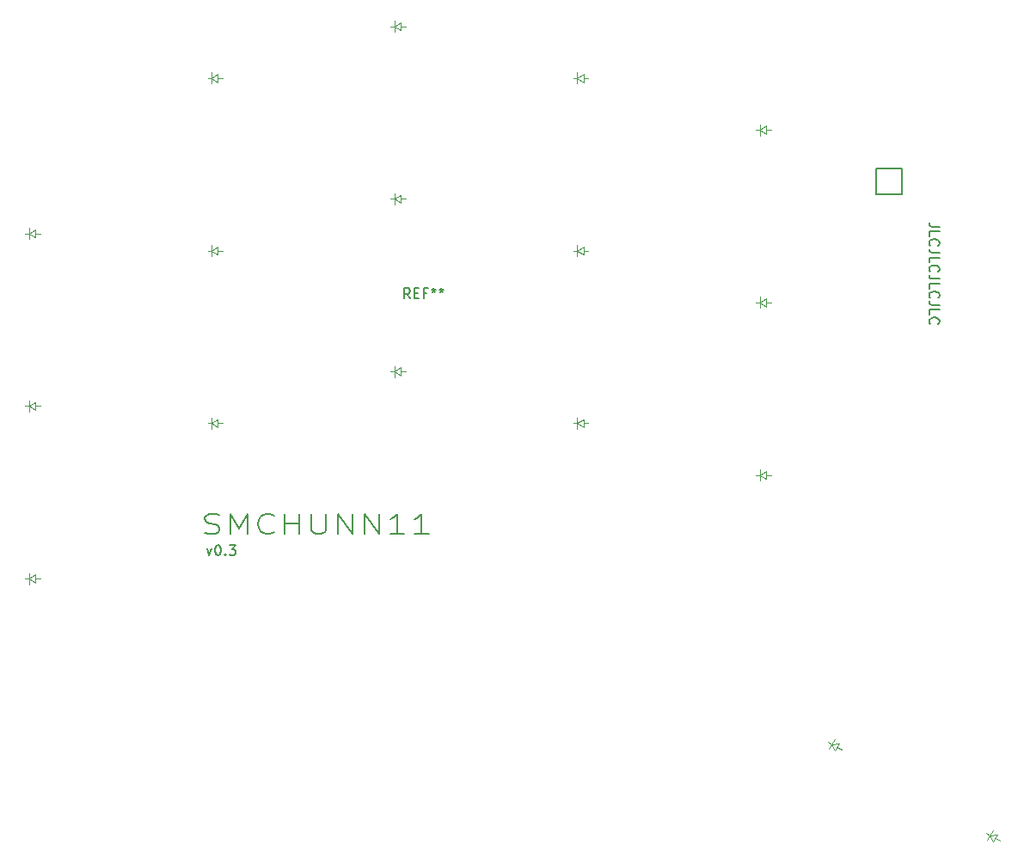
<source format=gbr>
%TF.GenerationSoftware,KiCad,Pcbnew,(6.0.6-1)-1*%
%TF.CreationDate,2022-08-23T15:24:18-05:00*%
%TF.ProjectId,smcboard,736d6362-6f61-4726-942e-6b696361645f,v1.0.0*%
%TF.SameCoordinates,Original*%
%TF.FileFunction,Legend,Top*%
%TF.FilePolarity,Positive*%
%FSLAX46Y46*%
G04 Gerber Fmt 4.6, Leading zero omitted, Abs format (unit mm)*
G04 Created by KiCad (PCBNEW (6.0.6-1)-1) date 2022-08-23 15:24:18*
%MOMM*%
%LPD*%
G01*
G04 APERTURE LIST*
%ADD10C,0.150000*%
%ADD11C,0.200000*%
%ADD12C,0.100000*%
G04 APERTURE END LIST*
D10*
X163797619Y-63880952D02*
X163083333Y-63880952D01*
X162940476Y-63833333D01*
X162845238Y-63738095D01*
X162797619Y-63595238D01*
X162797619Y-63500000D01*
X162797619Y-64833333D02*
X162797619Y-64357142D01*
X163797619Y-64357142D01*
X162892857Y-65738095D02*
X162845238Y-65690476D01*
X162797619Y-65547619D01*
X162797619Y-65452380D01*
X162845238Y-65309523D01*
X162940476Y-65214285D01*
X163035714Y-65166666D01*
X163226190Y-65119047D01*
X163369047Y-65119047D01*
X163559523Y-65166666D01*
X163654761Y-65214285D01*
X163750000Y-65309523D01*
X163797619Y-65452380D01*
X163797619Y-65547619D01*
X163750000Y-65690476D01*
X163702380Y-65738095D01*
X163797619Y-66452380D02*
X163083333Y-66452380D01*
X162940476Y-66404761D01*
X162845238Y-66309523D01*
X162797619Y-66166666D01*
X162797619Y-66071428D01*
X162797619Y-67404761D02*
X162797619Y-66928571D01*
X163797619Y-66928571D01*
X162892857Y-68309523D02*
X162845238Y-68261904D01*
X162797619Y-68119047D01*
X162797619Y-68023809D01*
X162845238Y-67880952D01*
X162940476Y-67785714D01*
X163035714Y-67738095D01*
X163226190Y-67690476D01*
X163369047Y-67690476D01*
X163559523Y-67738095D01*
X163654761Y-67785714D01*
X163750000Y-67880952D01*
X163797619Y-68023809D01*
X163797619Y-68119047D01*
X163750000Y-68261904D01*
X163702380Y-68309523D01*
X163797619Y-69023809D02*
X163083333Y-69023809D01*
X162940476Y-68976190D01*
X162845238Y-68880952D01*
X162797619Y-68738095D01*
X162797619Y-68642857D01*
X162797619Y-69976190D02*
X162797619Y-69500000D01*
X163797619Y-69500000D01*
X162892857Y-70880952D02*
X162845238Y-70833333D01*
X162797619Y-70690476D01*
X162797619Y-70595238D01*
X162845238Y-70452380D01*
X162940476Y-70357142D01*
X163035714Y-70309523D01*
X163226190Y-70261904D01*
X163369047Y-70261904D01*
X163559523Y-70309523D01*
X163654761Y-70357142D01*
X163750000Y-70452380D01*
X163797619Y-70595238D01*
X163797619Y-70690476D01*
X163750000Y-70833333D01*
X163702380Y-70880952D01*
X163797619Y-71595238D02*
X163083333Y-71595238D01*
X162940476Y-71547619D01*
X162845238Y-71452380D01*
X162797619Y-71309523D01*
X162797619Y-71214285D01*
X162797619Y-72547619D02*
X162797619Y-72071428D01*
X163797619Y-72071428D01*
X162892857Y-73452380D02*
X162845238Y-73404761D01*
X162797619Y-73261904D01*
X162797619Y-73166666D01*
X162845238Y-73023809D01*
X162940476Y-72928571D01*
X163035714Y-72880952D01*
X163226190Y-72833333D01*
X163369047Y-72833333D01*
X163559523Y-72880952D01*
X163654761Y-72928571D01*
X163750000Y-73023809D01*
X163797619Y-73166666D01*
X163797619Y-73261904D01*
X163750000Y-73404761D01*
X163702380Y-73452380D01*
D11*
X91673428Y-95575714D02*
X91911523Y-96242380D01*
X92149619Y-95575714D01*
X92721047Y-95242380D02*
X92816285Y-95242380D01*
X92911523Y-95290000D01*
X92959142Y-95337619D01*
X93006761Y-95432857D01*
X93054380Y-95623333D01*
X93054380Y-95861428D01*
X93006761Y-96051904D01*
X92959142Y-96147142D01*
X92911523Y-96194761D01*
X92816285Y-96242380D01*
X92721047Y-96242380D01*
X92625809Y-96194761D01*
X92578190Y-96147142D01*
X92530571Y-96051904D01*
X92482952Y-95861428D01*
X92482952Y-95623333D01*
X92530571Y-95432857D01*
X92578190Y-95337619D01*
X92625809Y-95290000D01*
X92721047Y-95242380D01*
X93482952Y-96147142D02*
X93530571Y-96194761D01*
X93482952Y-96242380D01*
X93435333Y-96194761D01*
X93482952Y-96147142D01*
X93482952Y-96242380D01*
X93863904Y-95242380D02*
X94482952Y-95242380D01*
X94149619Y-95623333D01*
X94292476Y-95623333D01*
X94387714Y-95670952D01*
X94435333Y-95718571D01*
X94482952Y-95813809D01*
X94482952Y-96051904D01*
X94435333Y-96147142D01*
X94387714Y-96194761D01*
X94292476Y-96242380D01*
X94006761Y-96242380D01*
X93911523Y-96194761D01*
X93863904Y-96147142D01*
X91488095Y-94059523D02*
X91845238Y-94154761D01*
X92440476Y-94154761D01*
X92678571Y-94059523D01*
X92797619Y-93964285D01*
X92916666Y-93773809D01*
X92916666Y-93583333D01*
X92797619Y-93392857D01*
X92678571Y-93297619D01*
X92440476Y-93202380D01*
X91964285Y-93107142D01*
X91726190Y-93011904D01*
X91607142Y-92916666D01*
X91488095Y-92726190D01*
X91488095Y-92535714D01*
X91607142Y-92345238D01*
X91726190Y-92250000D01*
X91964285Y-92154761D01*
X92559523Y-92154761D01*
X92916666Y-92250000D01*
X93988095Y-94154761D02*
X93988095Y-92154761D01*
X94821428Y-93583333D01*
X95654761Y-92154761D01*
X95654761Y-94154761D01*
X98273809Y-93964285D02*
X98154761Y-94059523D01*
X97797619Y-94154761D01*
X97559523Y-94154761D01*
X97202380Y-94059523D01*
X96964285Y-93869047D01*
X96845238Y-93678571D01*
X96726190Y-93297619D01*
X96726190Y-93011904D01*
X96845238Y-92630952D01*
X96964285Y-92440476D01*
X97202380Y-92250000D01*
X97559523Y-92154761D01*
X97797619Y-92154761D01*
X98154761Y-92250000D01*
X98273809Y-92345238D01*
X99345238Y-94154761D02*
X99345238Y-92154761D01*
X99345238Y-93107142D02*
X100773809Y-93107142D01*
X100773809Y-94154761D02*
X100773809Y-92154761D01*
X101964285Y-92154761D02*
X101964285Y-93773809D01*
X102083333Y-93964285D01*
X102202380Y-94059523D01*
X102440476Y-94154761D01*
X102916666Y-94154761D01*
X103154761Y-94059523D01*
X103273809Y-93964285D01*
X103392857Y-93773809D01*
X103392857Y-92154761D01*
X104583333Y-94154761D02*
X104583333Y-92154761D01*
X106011904Y-94154761D01*
X106011904Y-92154761D01*
X107202380Y-94154761D02*
X107202380Y-92154761D01*
X108630952Y-94154761D01*
X108630952Y-92154761D01*
X111130952Y-94154761D02*
X109702380Y-94154761D01*
X110416666Y-94154761D02*
X110416666Y-92154761D01*
X110178571Y-92440476D01*
X109940476Y-92630952D01*
X109702380Y-92726190D01*
X113511904Y-94154761D02*
X112083333Y-94154761D01*
X112797619Y-94154761D02*
X112797619Y-92154761D01*
X112559523Y-92440476D01*
X112321428Y-92630952D01*
X112083333Y-92726190D01*
D10*
%TO.C,MCU1*%
%TO.C,REF\u002A\u002A*%
X111666666Y-70952380D02*
X111333333Y-70476190D01*
X111095238Y-70952380D02*
X111095238Y-69952380D01*
X111476190Y-69952380D01*
X111571428Y-70000000D01*
X111619047Y-70047619D01*
X111666666Y-70142857D01*
X111666666Y-70285714D01*
X111619047Y-70380952D01*
X111571428Y-70428571D01*
X111476190Y-70476190D01*
X111095238Y-70476190D01*
X112095238Y-70428571D02*
X112428571Y-70428571D01*
X112571428Y-70952380D02*
X112095238Y-70952380D01*
X112095238Y-69952380D01*
X112571428Y-69952380D01*
X113333333Y-70428571D02*
X113000000Y-70428571D01*
X113000000Y-70952380D02*
X113000000Y-69952380D01*
X113476190Y-69952380D01*
X114000000Y-69952380D02*
X114000000Y-70190476D01*
X113761904Y-70095238D02*
X114000000Y-70190476D01*
X114238095Y-70095238D01*
X113857142Y-70380952D02*
X114000000Y-70190476D01*
X114142857Y-70380952D01*
X114761904Y-69952380D02*
X114761904Y-70190476D01*
X114523809Y-70095238D02*
X114761904Y-70190476D01*
X115000000Y-70095238D01*
X114619047Y-70380952D02*
X114761904Y-70190476D01*
X114904761Y-70380952D01*
D12*
%TO.C,D6*%
X92750000Y-49650000D02*
X92150000Y-49250000D01*
X92750000Y-48850000D02*
X92750000Y-49650000D01*
X92750000Y-49250000D02*
X93250000Y-49250000D01*
X91750000Y-49250000D02*
X92150000Y-49250000D01*
X92150000Y-49250000D02*
X92150000Y-48700000D01*
X92150000Y-49250000D02*
X92150000Y-49800000D01*
X92150000Y-49250000D02*
X92750000Y-48850000D01*
%TO.C,D14*%
X146150000Y-71350000D02*
X146150000Y-71900000D01*
X146750000Y-71350000D02*
X147250000Y-71350000D01*
X146750000Y-70950000D02*
X146750000Y-71750000D01*
X146150000Y-71350000D02*
X146750000Y-70950000D01*
X145750000Y-71350000D02*
X146150000Y-71350000D01*
X146750000Y-71750000D02*
X146150000Y-71350000D01*
X146150000Y-71350000D02*
X146150000Y-70800000D01*
%TO.C,D17*%
X168785348Y-123839102D02*
X168510348Y-124315416D01*
X168438938Y-123639102D02*
X168785348Y-123839102D01*
X169104963Y-124485512D02*
X168785348Y-123839102D01*
X168785348Y-123839102D02*
X169504963Y-123792692D01*
X169304963Y-124139102D02*
X169737976Y-124389102D01*
X169504963Y-123792692D02*
X169104963Y-124485512D01*
X168785348Y-123839102D02*
X169060348Y-123362788D01*
%TO.C,D12*%
X128750000Y-49650000D02*
X128150000Y-49250000D01*
X128750000Y-49250000D02*
X129250000Y-49250000D01*
X127750000Y-49250000D02*
X128150000Y-49250000D01*
X128150000Y-49250000D02*
X128150000Y-48700000D01*
X128750000Y-48850000D02*
X128750000Y-49650000D01*
X128150000Y-49250000D02*
X128750000Y-48850000D01*
X128150000Y-49250000D02*
X128150000Y-49800000D01*
%TO.C,D5*%
X92150000Y-66250000D02*
X92750000Y-65850000D01*
X92150000Y-66250000D02*
X92150000Y-66800000D01*
X92750000Y-65850000D02*
X92750000Y-66650000D01*
X91750000Y-66250000D02*
X92150000Y-66250000D01*
X92750000Y-66250000D02*
X93250000Y-66250000D01*
X92150000Y-66250000D02*
X92150000Y-65700000D01*
X92750000Y-66650000D02*
X92150000Y-66250000D01*
%TO.C,D2*%
X74150000Y-81550000D02*
X74150000Y-82100000D01*
X74750000Y-81550000D02*
X75250000Y-81550000D01*
X74750000Y-81150000D02*
X74750000Y-81950000D01*
X74150000Y-81550000D02*
X74750000Y-81150000D01*
X73750000Y-81550000D02*
X74150000Y-81550000D01*
X74750000Y-81950000D02*
X74150000Y-81550000D01*
X74150000Y-81550000D02*
X74150000Y-81000000D01*
%TO.C,D9*%
X110150000Y-44150000D02*
X110150000Y-44700000D01*
X110150000Y-44150000D02*
X110750000Y-43750000D01*
X110750000Y-43750000D02*
X110750000Y-44550000D01*
X109750000Y-44150000D02*
X110150000Y-44150000D01*
X110150000Y-44150000D02*
X110150000Y-43600000D01*
X110750000Y-44150000D02*
X111250000Y-44150000D01*
X110750000Y-44550000D02*
X110150000Y-44150000D01*
%TO.C,D16*%
X153516506Y-115485512D02*
X153196891Y-114839102D01*
X153196891Y-114839102D02*
X153471891Y-114362788D01*
X152850481Y-114639102D02*
X153196891Y-114839102D01*
X153916506Y-114792692D02*
X153516506Y-115485512D01*
X153196891Y-114839102D02*
X153916506Y-114792692D01*
X153716506Y-115139102D02*
X154149519Y-115389102D01*
X153196891Y-114839102D02*
X152921891Y-115315416D01*
%TO.C,D13*%
X145750000Y-88350000D02*
X146150000Y-88350000D01*
X146150000Y-88350000D02*
X146150000Y-88900000D01*
X146150000Y-88350000D02*
X146150000Y-87800000D01*
X146750000Y-88750000D02*
X146150000Y-88350000D01*
X146150000Y-88350000D02*
X146750000Y-87950000D01*
X146750000Y-87950000D02*
X146750000Y-88750000D01*
X146750000Y-88350000D02*
X147250000Y-88350000D01*
%TO.C,D10*%
X128150000Y-83250000D02*
X128750000Y-82850000D01*
X128750000Y-83650000D02*
X128150000Y-83250000D01*
X128750000Y-83250000D02*
X129250000Y-83250000D01*
X128150000Y-83250000D02*
X128150000Y-82700000D01*
X128150000Y-83250000D02*
X128150000Y-83800000D01*
X128750000Y-82850000D02*
X128750000Y-83650000D01*
X127750000Y-83250000D02*
X128150000Y-83250000D01*
D10*
%TO.C,MCU1*%
X160150000Y-58110000D02*
X160150000Y-60650000D01*
X160150000Y-60650000D02*
X157610000Y-60650000D01*
X157610000Y-60650000D02*
X157610000Y-58110000D01*
X160150000Y-58110000D02*
X157610000Y-58110000D01*
D12*
%TO.C,D7*%
X109750000Y-78150000D02*
X110150000Y-78150000D01*
X110750000Y-78550000D02*
X110150000Y-78150000D01*
X110150000Y-78150000D02*
X110750000Y-77750000D01*
X110150000Y-78150000D02*
X110150000Y-78700000D01*
X110750000Y-78150000D02*
X111250000Y-78150000D01*
X110150000Y-78150000D02*
X110150000Y-77600000D01*
X110750000Y-77750000D02*
X110750000Y-78550000D01*
%TO.C,D15*%
X146150000Y-54350000D02*
X146150000Y-54900000D01*
X146750000Y-54350000D02*
X147250000Y-54350000D01*
X145750000Y-54350000D02*
X146150000Y-54350000D01*
X146150000Y-54350000D02*
X146750000Y-53950000D01*
X146750000Y-53950000D02*
X146750000Y-54750000D01*
X146750000Y-54750000D02*
X146150000Y-54350000D01*
X146150000Y-54350000D02*
X146150000Y-53800000D01*
%TO.C,D11*%
X127750000Y-66250000D02*
X128150000Y-66250000D01*
X128150000Y-66250000D02*
X128150000Y-65700000D01*
X128150000Y-66250000D02*
X128150000Y-66800000D01*
X128750000Y-66250000D02*
X129250000Y-66250000D01*
X128750000Y-66650000D02*
X128150000Y-66250000D01*
X128150000Y-66250000D02*
X128750000Y-65850000D01*
X128750000Y-65850000D02*
X128750000Y-66650000D01*
%TO.C,D4*%
X92750000Y-83250000D02*
X93250000Y-83250000D01*
X92150000Y-83250000D02*
X92150000Y-82700000D01*
X92150000Y-83250000D02*
X92750000Y-82850000D01*
X92750000Y-83650000D02*
X92150000Y-83250000D01*
X91750000Y-83250000D02*
X92150000Y-83250000D01*
X92150000Y-83250000D02*
X92150000Y-83800000D01*
X92750000Y-82850000D02*
X92750000Y-83650000D01*
%TO.C,D3*%
X74150000Y-64550000D02*
X74150000Y-64000000D01*
X73750000Y-64550000D02*
X74150000Y-64550000D01*
X74750000Y-64550000D02*
X75250000Y-64550000D01*
X74750000Y-64950000D02*
X74150000Y-64550000D01*
X74150000Y-64550000D02*
X74150000Y-65100000D01*
X74750000Y-64150000D02*
X74750000Y-64950000D01*
X74150000Y-64550000D02*
X74750000Y-64150000D01*
%TO.C,D8*%
X110150000Y-61150000D02*
X110150000Y-60600000D01*
X109750000Y-61150000D02*
X110150000Y-61150000D01*
X110750000Y-61150000D02*
X111250000Y-61150000D01*
X110750000Y-60750000D02*
X110750000Y-61550000D01*
X110150000Y-61150000D02*
X110750000Y-60750000D01*
X110750000Y-61550000D02*
X110150000Y-61150000D01*
X110150000Y-61150000D02*
X110150000Y-61700000D01*
%TO.C,D1*%
X74750000Y-98150000D02*
X74750000Y-98950000D01*
X74150000Y-98550000D02*
X74150000Y-98000000D01*
X73750000Y-98550000D02*
X74150000Y-98550000D01*
X74750000Y-98950000D02*
X74150000Y-98550000D01*
X74750000Y-98550000D02*
X75250000Y-98550000D01*
X74150000Y-98550000D02*
X74150000Y-99100000D01*
X74150000Y-98550000D02*
X74750000Y-98150000D01*
%TD*%
M02*

</source>
